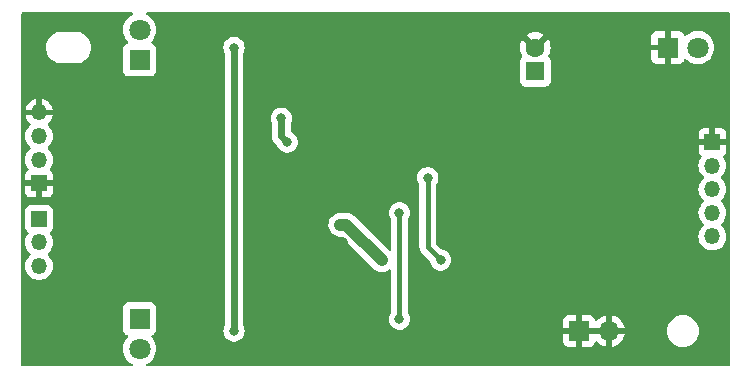
<source format=gbr>
%TF.GenerationSoftware,KiCad,Pcbnew,7.0.1*%
%TF.CreationDate,2023-03-30T22:24:36-04:00*%
%TF.ProjectId,miditerm,6d696469-7465-4726-9d2e-6b696361645f,0.1*%
%TF.SameCoordinates,Original*%
%TF.FileFunction,Copper,L2,Bot*%
%TF.FilePolarity,Positive*%
%FSLAX46Y46*%
G04 Gerber Fmt 4.6, Leading zero omitted, Abs format (unit mm)*
G04 Created by KiCad (PCBNEW 7.0.1) date 2023-03-30 22:24:36*
%MOMM*%
%LPD*%
G01*
G04 APERTURE LIST*
%TA.AperFunction,ComponentPad*%
%ADD10R,1.350000X1.350000*%
%TD*%
%TA.AperFunction,ComponentPad*%
%ADD11O,1.350000X1.350000*%
%TD*%
%TA.AperFunction,ComponentPad*%
%ADD12R,1.600000X1.600000*%
%TD*%
%TA.AperFunction,ComponentPad*%
%ADD13C,1.600000*%
%TD*%
%TA.AperFunction,ComponentPad*%
%ADD14R,1.800000X1.800000*%
%TD*%
%TA.AperFunction,ComponentPad*%
%ADD15C,1.800000*%
%TD*%
%TA.AperFunction,ComponentPad*%
%ADD16R,1.700000X1.700000*%
%TD*%
%TA.AperFunction,ComponentPad*%
%ADD17O,1.700000X1.700000*%
%TD*%
%TA.AperFunction,ViaPad*%
%ADD18C,0.800000*%
%TD*%
%TA.AperFunction,Conductor*%
%ADD19C,1.000000*%
%TD*%
%TA.AperFunction,Conductor*%
%ADD20C,0.400000*%
%TD*%
%TA.AperFunction,Conductor*%
%ADD21C,0.600000*%
%TD*%
G04 APERTURE END LIST*
D10*
%TO.P,J1,1,Pin_1*%
%TO.N,GND*%
X158500000Y-86000000D03*
D11*
%TO.P,J1,2,Pin_2*%
%TO.N,VBUS*%
X158500000Y-88000000D03*
%TO.P,J1,3,Pin_3*%
%TO.N,/USB_IN_D-*%
X158500000Y-90000000D03*
%TO.P,J1,4,Pin_4*%
%TO.N,/USB_IN_D+*%
X158500000Y-92000000D03*
%TO.P,J1,5,Pin_5*%
%TO.N,/USB_SHEILD*%
X158500000Y-94000000D03*
%TD*%
D10*
%TO.P,J2,1,Pin_1*%
%TO.N,/MIDI_IN_PIN4*%
X101500000Y-92500000D03*
D11*
%TO.P,J2,2,Pin_2*%
%TO.N,/MIDI_IN_PIN5*%
X101500000Y-94500000D03*
%TO.P,J2,3,Pin_3*%
%TO.N,Net-(J2-Pin_3)*%
X101500000Y-96500000D03*
%TD*%
D12*
%TO.P,C9,1*%
%TO.N,+5V*%
X143500000Y-80000000D03*
D13*
%TO.P,C9,2*%
%TO.N,GND*%
X143500000Y-78000000D03*
%TD*%
D14*
%TO.P,D4,1,K*%
%TO.N,GND*%
X154725000Y-78000000D03*
D15*
%TO.P,D4,2,A*%
%TO.N,Net-(D4-A)*%
X157265000Y-78000000D03*
%TD*%
D10*
%TO.P,J3,1,Pin_1*%
%TO.N,GND*%
X101500000Y-89500000D03*
D11*
%TO.P,J3,2,Pin_2*%
%TO.N,/MIDI_OUT_PIN4*%
X101500000Y-87500000D03*
%TO.P,J3,3,Pin_3*%
%TO.N,/MIDI_OUT_PIN5*%
X101500000Y-85500000D03*
%TO.P,J3,4,Pin_4*%
%TO.N,GND*%
X101500000Y-83500000D03*
%TD*%
D14*
%TO.P,D1,1,K*%
%TO.N,/TXLED*%
X110000000Y-79040000D03*
D15*
%TO.P,D1,2,A*%
%TO.N,Net-(D1-A)*%
X110000000Y-76500000D03*
%TD*%
D14*
%TO.P,D2,1,K*%
%TO.N,/RXLED*%
X110000000Y-100960000D03*
D15*
%TO.P,D2,2,A*%
%TO.N,Net-(D2-A)*%
X110000000Y-103500000D03*
%TD*%
D16*
%TO.P,J4,1,Pin_1*%
%TO.N,GND*%
X147225000Y-102000000D03*
D17*
%TO.P,J4,2,Pin_2*%
X149765000Y-102000000D03*
%TD*%
D18*
%TO.N,GND*%
X145750000Y-98500000D03*
X134000000Y-87750000D03*
X141500000Y-92500000D03*
X132000000Y-86000000D03*
X119250000Y-80250000D03*
X113000000Y-84250000D03*
X145000000Y-82000000D03*
X150750000Y-94500000D03*
X103250000Y-90000000D03*
X133250000Y-91000000D03*
X103750000Y-100750000D03*
X112000000Y-88750000D03*
X119500000Y-88000000D03*
X130750000Y-102250000D03*
X136500000Y-101500000D03*
X111250000Y-90750000D03*
X122000000Y-104250000D03*
X135750000Y-92500000D03*
X105000000Y-82750000D03*
X104250000Y-104250000D03*
X130750000Y-99500000D03*
X145500000Y-85000000D03*
X157000000Y-92500000D03*
X151750000Y-97500000D03*
X108000000Y-104250000D03*
X151500000Y-80500000D03*
X119750000Y-77750000D03*
X107000000Y-81000000D03*
X133250000Y-96000000D03*
X100750000Y-75750000D03*
X159000000Y-76750000D03*
X123750000Y-81500000D03*
X125000000Y-102250000D03*
X126500000Y-88500000D03*
X119500000Y-98250000D03*
X107500000Y-97250000D03*
X127500000Y-81000000D03*
X132250000Y-77750000D03*
X140500000Y-76250000D03*
X141500000Y-81250000D03*
X100750000Y-104250000D03*
X147000000Y-86250000D03*
X107250000Y-89250000D03*
X122000000Y-90250000D03*
X146500000Y-76250000D03*
X148250000Y-79750000D03*
X108250000Y-75500000D03*
X152750000Y-76250000D03*
X144000000Y-87750000D03*
X114500000Y-90500000D03*
X152500000Y-102750000D03*
X128500000Y-104250000D03*
X133250000Y-98750000D03*
X142000000Y-102250000D03*
X115250000Y-86500000D03*
X116500000Y-95250000D03*
X159250000Y-104250000D03*
X151500000Y-85000000D03*
X116750000Y-88750000D03*
X119250000Y-82250000D03*
X134250000Y-104000000D03*
X127250000Y-96250000D03*
X156000000Y-86500000D03*
X141750000Y-89000000D03*
X100750000Y-101250000D03*
X141500000Y-86000000D03*
X125500000Y-83750000D03*
X119500000Y-91750000D03*
X136000000Y-81250000D03*
X147000000Y-93750000D03*
X128750000Y-91000000D03*
X124500000Y-96250000D03*
X116750000Y-80250000D03*
X116750000Y-98250000D03*
X116500000Y-92500000D03*
X116750000Y-84750000D03*
X130250000Y-92500000D03*
X153000000Y-93250000D03*
X137250000Y-78750000D03*
X145500000Y-96000000D03*
X138500000Y-103250000D03*
X138000000Y-85500000D03*
X137750000Y-94000000D03*
X134500000Y-75500000D03*
X100750000Y-98250000D03*
X152750000Y-88750000D03*
X102250000Y-81000000D03*
X140000000Y-85500000D03*
X119750000Y-102250000D03*
X111250000Y-82750000D03*
X154250000Y-95500000D03*
X135500000Y-84250000D03*
X122500000Y-99750000D03*
X157000000Y-95000000D03*
X120500000Y-95000000D03*
X140000000Y-83000000D03*
X112000000Y-86500000D03*
X114750000Y-99750000D03*
X127250000Y-94500000D03*
X131500000Y-80250000D03*
X126000000Y-77750000D03*
X159500000Y-101000000D03*
X111750000Y-80250000D03*
X131750000Y-89152500D03*
%TO.N,+3V3*%
X130500000Y-96000000D03*
X127000000Y-93000000D03*
%TO.N,/~{RESET}*%
X134403014Y-89022350D03*
X135500000Y-96000000D03*
%TO.N,+5V*%
X118000000Y-78000000D03*
X118000000Y-102000000D03*
%TO.N,/RXLED*%
X132000000Y-101000000D03*
X132000000Y-92000000D03*
%TO.N,/MIDI_OUT*%
X122000000Y-84000000D03*
X122500000Y-86000000D03*
%TD*%
D19*
%TO.N,+3V3*%
X127000000Y-93000000D02*
X127500000Y-93000000D01*
X127500000Y-93000000D02*
X130500000Y-96000000D01*
D20*
%TO.N,/~{RESET}*%
X134403014Y-94903014D02*
X134403014Y-89022350D01*
X135500000Y-96000000D02*
X134403014Y-94903014D01*
D21*
%TO.N,+5V*%
X118000000Y-78000000D02*
X118000000Y-102000000D01*
D20*
%TO.N,/RXLED*%
X132000000Y-92000000D02*
X132000000Y-101000000D01*
D21*
%TO.N,/MIDI_OUT*%
X122000000Y-84000000D02*
X122000000Y-85500000D01*
X122000000Y-85500000D02*
X122500000Y-86000000D01*
%TD*%
%TA.AperFunction,Conductor*%
%TO.N,GND*%
G36*
X109401207Y-75017456D02*
G01*
X109446680Y-75063687D01*
X109462599Y-75126550D01*
X109444610Y-75188852D01*
X109397635Y-75233553D01*
X109253369Y-75311626D01*
X109231372Y-75323531D01*
X109048215Y-75466087D01*
X108891020Y-75636848D01*
X108764076Y-75831150D01*
X108670844Y-76043696D01*
X108613865Y-76268700D01*
X108594699Y-76500000D01*
X108613865Y-76731299D01*
X108613865Y-76731301D01*
X108613866Y-76731305D01*
X108648955Y-76869866D01*
X108670844Y-76956303D01*
X108746419Y-77128595D01*
X108764076Y-77168849D01*
X108891021Y-77363153D01*
X108985803Y-77466114D01*
X109014575Y-77518865D01*
X109015168Y-77578951D01*
X108987441Y-77632261D01*
X108937906Y-77666276D01*
X108857671Y-77696202D01*
X108742454Y-77782454D01*
X108656204Y-77897668D01*
X108605909Y-78032516D01*
X108599500Y-78092130D01*
X108599500Y-79987869D01*
X108605909Y-80047483D01*
X108656204Y-80182331D01*
X108742454Y-80297546D01*
X108857669Y-80383796D01*
X108992517Y-80434091D01*
X109052127Y-80440500D01*
X110947872Y-80440499D01*
X111007483Y-80434091D01*
X111142331Y-80383796D01*
X111257546Y-80297546D01*
X111343796Y-80182331D01*
X111394091Y-80047483D01*
X111400500Y-79987873D01*
X111400499Y-78092128D01*
X111394091Y-78032517D01*
X111343796Y-77897669D01*
X111257546Y-77782454D01*
X111142331Y-77696204D01*
X111089357Y-77676446D01*
X111062093Y-77666277D01*
X111012558Y-77632261D01*
X110984831Y-77578951D01*
X110985424Y-77518864D01*
X111014196Y-77466114D01*
X111108979Y-77363153D01*
X111235924Y-77168849D01*
X111329157Y-76956300D01*
X111338103Y-76920973D01*
X142774526Y-76920973D01*
X143500000Y-77646446D01*
X143500001Y-77646446D01*
X144225472Y-76920974D01*
X144225471Y-76920972D01*
X144152484Y-76869866D01*
X143946326Y-76773733D01*
X143726602Y-76714858D01*
X143500000Y-76695033D01*
X143273397Y-76714858D01*
X143053672Y-76773733D01*
X142847516Y-76869865D01*
X142774527Y-76920973D01*
X142774526Y-76920973D01*
X111338103Y-76920973D01*
X111386134Y-76731305D01*
X111405300Y-76500000D01*
X111386134Y-76268695D01*
X111329157Y-76043700D01*
X111235924Y-75831151D01*
X111108979Y-75636847D01*
X110951784Y-75466087D01*
X110768626Y-75323530D01*
X110602364Y-75233553D01*
X110555390Y-75188852D01*
X110537401Y-75126550D01*
X110553320Y-75063687D01*
X110598793Y-75017456D01*
X110661384Y-75000500D01*
X159875500Y-75000500D01*
X159937500Y-75017113D01*
X159982887Y-75062500D01*
X159999500Y-75124500D01*
X159999500Y-104875500D01*
X159982887Y-104937500D01*
X159937500Y-104982887D01*
X159875500Y-104999500D01*
X110661384Y-104999500D01*
X110598793Y-104982544D01*
X110553320Y-104936313D01*
X110537401Y-104873450D01*
X110555390Y-104811148D01*
X110602364Y-104766446D01*
X110768626Y-104676470D01*
X110951784Y-104533913D01*
X111108979Y-104363153D01*
X111235924Y-104168849D01*
X111329157Y-103956300D01*
X111386134Y-103731305D01*
X111405300Y-103500000D01*
X111386134Y-103268695D01*
X111329157Y-103043700D01*
X111235924Y-102831151D01*
X111135589Y-102677576D01*
X111108980Y-102636848D01*
X111102237Y-102629523D01*
X111014195Y-102533884D01*
X110985424Y-102481134D01*
X110984831Y-102421047D01*
X111012558Y-102367737D01*
X111062092Y-102333722D01*
X111142331Y-102303796D01*
X111257546Y-102217546D01*
X111343796Y-102102331D01*
X111381963Y-102000000D01*
X117094540Y-102000000D01*
X117114326Y-102188257D01*
X117172820Y-102368284D01*
X117267466Y-102532216D01*
X117394129Y-102672889D01*
X117547269Y-102784151D01*
X117720197Y-102861144D01*
X117905352Y-102900500D01*
X117905354Y-102900500D01*
X118094646Y-102900500D01*
X118094648Y-102900500D01*
X118231547Y-102871401D01*
X118279803Y-102861144D01*
X118452730Y-102784151D01*
X118599069Y-102677830D01*
X118605870Y-102672889D01*
X118638323Y-102636847D01*
X118732533Y-102532216D01*
X118827179Y-102368284D01*
X118865612Y-102250000D01*
X145875000Y-102250000D01*
X145875000Y-102897824D01*
X145881402Y-102957375D01*
X145931647Y-103092089D01*
X146017811Y-103207188D01*
X146132910Y-103293352D01*
X146267624Y-103343597D01*
X146327176Y-103350000D01*
X146975000Y-103350000D01*
X146975000Y-102250000D01*
X147475000Y-102250000D01*
X147475000Y-103350000D01*
X148122824Y-103350000D01*
X148182375Y-103343597D01*
X148317089Y-103293352D01*
X148432188Y-103207188D01*
X148518352Y-103092088D01*
X148567614Y-102960013D01*
X148602593Y-102909633D01*
X148657438Y-102882180D01*
X148718731Y-102884369D01*
X148771477Y-102915665D01*
X148893918Y-103038106D01*
X149087423Y-103173600D01*
X149301507Y-103273430D01*
X149514999Y-103330635D01*
X149515000Y-103330636D01*
X149515000Y-102250000D01*
X150015000Y-102250000D01*
X150015000Y-103330635D01*
X150228492Y-103273430D01*
X150442576Y-103173600D01*
X150636081Y-103038106D01*
X150803106Y-102871081D01*
X150938600Y-102677576D01*
X151038430Y-102463492D01*
X151095636Y-102250000D01*
X150015000Y-102250000D01*
X149515000Y-102250000D01*
X147475000Y-102250000D01*
X146975000Y-102250000D01*
X145875000Y-102250000D01*
X118865612Y-102250000D01*
X118885674Y-102188256D01*
X118905460Y-102000000D01*
X154644340Y-102000000D01*
X154664936Y-102235407D01*
X154714678Y-102421047D01*
X154726097Y-102463663D01*
X154825965Y-102677829D01*
X154961505Y-102871401D01*
X155128599Y-103038495D01*
X155322171Y-103174035D01*
X155536337Y-103273903D01*
X155748066Y-103330635D01*
X155764592Y-103335063D01*
X155941032Y-103350500D01*
X155941034Y-103350500D01*
X156058966Y-103350500D01*
X156058968Y-103350500D01*
X156176594Y-103340208D01*
X156235408Y-103335063D01*
X156463663Y-103273903D01*
X156677829Y-103174035D01*
X156871401Y-103038495D01*
X157038495Y-102871401D01*
X157174035Y-102677830D01*
X157273903Y-102463663D01*
X157335063Y-102235408D01*
X157355659Y-102000000D01*
X157335063Y-101764592D01*
X157273903Y-101536337D01*
X157174035Y-101322171D01*
X157038495Y-101128599D01*
X156871401Y-100961505D01*
X156677829Y-100825965D01*
X156463663Y-100726097D01*
X156235407Y-100664936D01*
X156058968Y-100649500D01*
X156058966Y-100649500D01*
X155941034Y-100649500D01*
X155941032Y-100649500D01*
X155764592Y-100664936D01*
X155536336Y-100726097D01*
X155322170Y-100825965D01*
X155128598Y-100961505D01*
X154961508Y-101128595D01*
X154825964Y-101322172D01*
X154726097Y-101536337D01*
X154664936Y-101764592D01*
X154644340Y-102000000D01*
X118905460Y-102000000D01*
X118885674Y-101811744D01*
X118827179Y-101631716D01*
X118817112Y-101614280D01*
X118800500Y-101552282D01*
X118800500Y-93050937D01*
X125995630Y-93050937D01*
X126026443Y-93252071D01*
X126097113Y-93442886D01*
X126204745Y-93615568D01*
X126204748Y-93615571D01*
X126344941Y-93763053D01*
X126511951Y-93879295D01*
X126698942Y-93959540D01*
X126898259Y-94000500D01*
X127034217Y-94000500D01*
X127081670Y-94009939D01*
X127121897Y-94036818D01*
X129828420Y-96743341D01*
X129910896Y-96810591D01*
X129946593Y-96839698D01*
X130126952Y-96933910D01*
X130322580Y-96989887D01*
X130347734Y-96991802D01*
X130525477Y-97005337D01*
X130727328Y-96979630D01*
X130919872Y-96913816D01*
X131095227Y-96810591D01*
X131095227Y-96810590D01*
X131106094Y-96804194D01*
X131106718Y-96805254D01*
X131141995Y-96785792D01*
X131198614Y-96783353D01*
X131250405Y-96806361D01*
X131286550Y-96850008D01*
X131299500Y-96905180D01*
X131299500Y-100384608D01*
X131291264Y-100429045D01*
X131267650Y-100467580D01*
X131267466Y-100467783D01*
X131172820Y-100631715D01*
X131114326Y-100811742D01*
X131094540Y-100999999D01*
X131114326Y-101188257D01*
X131172820Y-101368284D01*
X131267466Y-101532216D01*
X131394129Y-101672889D01*
X131547269Y-101784151D01*
X131720197Y-101861144D01*
X131905352Y-101900500D01*
X131905354Y-101900500D01*
X132094646Y-101900500D01*
X132094648Y-101900500D01*
X132218084Y-101874262D01*
X132279803Y-101861144D01*
X132452730Y-101784151D01*
X132499735Y-101750000D01*
X145875000Y-101750000D01*
X146975000Y-101750000D01*
X146975000Y-100650000D01*
X147475000Y-100650000D01*
X147475000Y-101750000D01*
X149515000Y-101750000D01*
X149515000Y-100669364D01*
X150015000Y-100669364D01*
X150015000Y-101750000D01*
X151095636Y-101750000D01*
X151095635Y-101749999D01*
X151038430Y-101536507D01*
X150938599Y-101322421D01*
X150803109Y-101128921D01*
X150636081Y-100961893D01*
X150442576Y-100826399D01*
X150228492Y-100726569D01*
X150015000Y-100669364D01*
X149515000Y-100669364D01*
X149514999Y-100669364D01*
X149301507Y-100726569D01*
X149087421Y-100826400D01*
X148893924Y-100961888D01*
X148771477Y-101084335D01*
X148718730Y-101115630D01*
X148657438Y-101117819D01*
X148602593Y-101090366D01*
X148567614Y-101039987D01*
X148518352Y-100907910D01*
X148432188Y-100792811D01*
X148317089Y-100706647D01*
X148182375Y-100656402D01*
X148122824Y-100650000D01*
X147475000Y-100650000D01*
X146975000Y-100650000D01*
X146327176Y-100650000D01*
X146267624Y-100656402D01*
X146132910Y-100706647D01*
X146017811Y-100792811D01*
X145931647Y-100907910D01*
X145881402Y-101042624D01*
X145875000Y-101102176D01*
X145875000Y-101750000D01*
X132499735Y-101750000D01*
X132605870Y-101672889D01*
X132642943Y-101631716D01*
X132732533Y-101532216D01*
X132827179Y-101368284D01*
X132885674Y-101188256D01*
X132905460Y-101000000D01*
X132885674Y-100811744D01*
X132833120Y-100650000D01*
X132827179Y-100631715D01*
X132732533Y-100467783D01*
X132732350Y-100467580D01*
X132708736Y-100429045D01*
X132700500Y-100384608D01*
X132700500Y-92615392D01*
X132708736Y-92570955D01*
X132732350Y-92532420D01*
X132732533Y-92532216D01*
X132827179Y-92368284D01*
X132827178Y-92368284D01*
X132885674Y-92188256D01*
X132905460Y-92000000D01*
X132885674Y-91811744D01*
X132827179Y-91631716D01*
X132827179Y-91631715D01*
X132732533Y-91467783D01*
X132605870Y-91327110D01*
X132452730Y-91215848D01*
X132279802Y-91138855D01*
X132094648Y-91099500D01*
X132094646Y-91099500D01*
X131905354Y-91099500D01*
X131905352Y-91099500D01*
X131720197Y-91138855D01*
X131547269Y-91215848D01*
X131394129Y-91327110D01*
X131267466Y-91467783D01*
X131172820Y-91631715D01*
X131114326Y-91811742D01*
X131094540Y-91999999D01*
X131114326Y-92188257D01*
X131172820Y-92368284D01*
X131267466Y-92532216D01*
X131267650Y-92532420D01*
X131291264Y-92570955D01*
X131299500Y-92615392D01*
X131299500Y-95085218D01*
X131285985Y-95141513D01*
X131248385Y-95185536D01*
X131194898Y-95207691D01*
X131137182Y-95203149D01*
X131087819Y-95172899D01*
X128217567Y-92302647D01*
X128215412Y-92300438D01*
X128155059Y-92236947D01*
X128106640Y-92203246D01*
X128099118Y-92197575D01*
X128087689Y-92188256D01*
X128070931Y-92174591D01*
X128053405Y-92160300D01*
X128026440Y-92146215D01*
X128013019Y-92138084D01*
X127988049Y-92120705D01*
X127988048Y-92120704D01*
X127988046Y-92120703D01*
X127933845Y-92097443D01*
X127925336Y-92093402D01*
X127873053Y-92066092D01*
X127867126Y-92064396D01*
X127843798Y-92057721D01*
X127829020Y-92052459D01*
X127801058Y-92040460D01*
X127743272Y-92028583D01*
X127734128Y-92026338D01*
X127677421Y-92010113D01*
X127647075Y-92007802D01*
X127631534Y-92005622D01*
X127601742Y-91999500D01*
X127601741Y-91999500D01*
X127542758Y-91999500D01*
X127533344Y-91999142D01*
X127524198Y-91998445D01*
X127474524Y-91994663D01*
X127474523Y-91994663D01*
X127444349Y-91998506D01*
X127428683Y-91999500D01*
X126949258Y-91999500D01*
X126889056Y-92005622D01*
X126797559Y-92014926D01*
X126603412Y-92075841D01*
X126425500Y-92174589D01*
X126271104Y-92307135D01*
X126146551Y-92468042D01*
X126056940Y-92650727D01*
X126005937Y-92847716D01*
X125995630Y-93050937D01*
X118800500Y-93050937D01*
X118800500Y-89022349D01*
X133497554Y-89022349D01*
X133517340Y-89210607D01*
X133575834Y-89390634D01*
X133670480Y-89554566D01*
X133670664Y-89554770D01*
X133694278Y-89593305D01*
X133702514Y-89637742D01*
X133702514Y-94878093D01*
X133702288Y-94885580D01*
X133698655Y-94945621D01*
X133709497Y-95004785D01*
X133710624Y-95012186D01*
X133717874Y-95071887D01*
X133721464Y-95081353D01*
X133727489Y-95102966D01*
X133729317Y-95112943D01*
X133754005Y-95167797D01*
X133756870Y-95174715D01*
X133772471Y-95215849D01*
X133778196Y-95230944D01*
X133783955Y-95239287D01*
X133794975Y-95258827D01*
X133799134Y-95268068D01*
X133836230Y-95315419D01*
X133840665Y-95321446D01*
X133874831Y-95370943D01*
X133919861Y-95410836D01*
X133925297Y-95415954D01*
X134573495Y-96064152D01*
X134597734Y-96098449D01*
X134609134Y-96138869D01*
X134614325Y-96188254D01*
X134672820Y-96368284D01*
X134767466Y-96532216D01*
X134894129Y-96672889D01*
X135047269Y-96784151D01*
X135220197Y-96861144D01*
X135405352Y-96900500D01*
X135405354Y-96900500D01*
X135594646Y-96900500D01*
X135594648Y-96900500D01*
X135718083Y-96874262D01*
X135779803Y-96861144D01*
X135952730Y-96784151D01*
X135953828Y-96783353D01*
X136105870Y-96672889D01*
X136232533Y-96532216D01*
X136327179Y-96368284D01*
X136327178Y-96368284D01*
X136385674Y-96188256D01*
X136405460Y-96000000D01*
X136385674Y-95811744D01*
X136327179Y-95631716D01*
X136327179Y-95631715D01*
X136232533Y-95467783D01*
X136105870Y-95327110D01*
X135952730Y-95215848D01*
X135779802Y-95138855D01*
X135624871Y-95105924D01*
X135591484Y-95093607D01*
X135562971Y-95072315D01*
X135139833Y-94649176D01*
X135112953Y-94608948D01*
X135103514Y-94561495D01*
X135103514Y-94000000D01*
X157319464Y-94000000D01*
X157339564Y-94216925D01*
X157399181Y-94426457D01*
X157496287Y-94621471D01*
X157627573Y-94795323D01*
X157771422Y-94926457D01*
X157788568Y-94942088D01*
X157881178Y-94999429D01*
X157973791Y-95056773D01*
X158118790Y-95112946D01*
X158176931Y-95135470D01*
X158391074Y-95175500D01*
X158608924Y-95175500D01*
X158608926Y-95175500D01*
X158823069Y-95135470D01*
X158962760Y-95081353D01*
X159026208Y-95056773D01*
X159026210Y-95056772D01*
X159211432Y-94942088D01*
X159372427Y-94795322D01*
X159503712Y-94621472D01*
X159600817Y-94426459D01*
X159641613Y-94283077D01*
X159660435Y-94216925D01*
X159673721Y-94073541D01*
X159680536Y-94000000D01*
X159660435Y-93783077D01*
X159660435Y-93783074D01*
X159600818Y-93573542D01*
X159503712Y-93378528D01*
X159372426Y-93204676D01*
X159248427Y-93091637D01*
X159212699Y-93033934D01*
X159212699Y-92966066D01*
X159248427Y-92908363D01*
X159372426Y-92795323D01*
X159481618Y-92650729D01*
X159503712Y-92621472D01*
X159600817Y-92426459D01*
X159600818Y-92426457D01*
X159660435Y-92216925D01*
X159667324Y-92142575D01*
X159680536Y-92000000D01*
X159664807Y-91830260D01*
X159660435Y-91783074D01*
X159600818Y-91573542D01*
X159503712Y-91378528D01*
X159372426Y-91204676D01*
X159248427Y-91091637D01*
X159212699Y-91033934D01*
X159212699Y-90966066D01*
X159248427Y-90908363D01*
X159372426Y-90795323D01*
X159372427Y-90795322D01*
X159503712Y-90621472D01*
X159600817Y-90426459D01*
X159603483Y-90417089D01*
X159660435Y-90216925D01*
X159663577Y-90183008D01*
X159680536Y-90000000D01*
X159660435Y-89783077D01*
X159660435Y-89783074D01*
X159600818Y-89573542D01*
X159503712Y-89378528D01*
X159372426Y-89204676D01*
X159248427Y-89091636D01*
X159212698Y-89033933D01*
X159212699Y-88966064D01*
X159248424Y-88908364D01*
X159372427Y-88795322D01*
X159503712Y-88621472D01*
X159600817Y-88426459D01*
X159607283Y-88403735D01*
X159660435Y-88216925D01*
X159665598Y-88161205D01*
X159680536Y-88000000D01*
X159660435Y-87783077D01*
X159660435Y-87783074D01*
X159600818Y-87573542D01*
X159503712Y-87378528D01*
X159431631Y-87283077D01*
X159421950Y-87270257D01*
X159397824Y-87210598D01*
X159406848Y-87146879D01*
X159446594Y-87096265D01*
X159532188Y-87032188D01*
X159618352Y-86917089D01*
X159668597Y-86782375D01*
X159675000Y-86722824D01*
X159675000Y-86250000D01*
X157325000Y-86250000D01*
X157325000Y-86722824D01*
X157331402Y-86782375D01*
X157381647Y-86917089D01*
X157467810Y-87032188D01*
X157553405Y-87096264D01*
X157593150Y-87146878D01*
X157602175Y-87210596D01*
X157578049Y-87270257D01*
X157496287Y-87378529D01*
X157399181Y-87573542D01*
X157339564Y-87783074D01*
X157319464Y-87999999D01*
X157339564Y-88216925D01*
X157399181Y-88426457D01*
X157496287Y-88621471D01*
X157627573Y-88795323D01*
X157751572Y-88908362D01*
X157787300Y-88966064D01*
X157787301Y-89033933D01*
X157751573Y-89091636D01*
X157627571Y-89204679D01*
X157496287Y-89378528D01*
X157399181Y-89573542D01*
X157339564Y-89783074D01*
X157319464Y-90000000D01*
X157339564Y-90216925D01*
X157399181Y-90426457D01*
X157496287Y-90621471D01*
X157627573Y-90795323D01*
X157751572Y-90908362D01*
X157787300Y-90966064D01*
X157787301Y-91033933D01*
X157751573Y-91091636D01*
X157627571Y-91204679D01*
X157496287Y-91378528D01*
X157399181Y-91573542D01*
X157339564Y-91783074D01*
X157319464Y-92000000D01*
X157339564Y-92216925D01*
X157399181Y-92426457D01*
X157496287Y-92621471D01*
X157627573Y-92795323D01*
X157751572Y-92908362D01*
X157787300Y-92966064D01*
X157787301Y-93033933D01*
X157751573Y-93091636D01*
X157627571Y-93204679D01*
X157496287Y-93378528D01*
X157399181Y-93573542D01*
X157339564Y-93783074D01*
X157319464Y-94000000D01*
X135103514Y-94000000D01*
X135103514Y-89637742D01*
X135111750Y-89593305D01*
X135135364Y-89554770D01*
X135135547Y-89554566D01*
X135230193Y-89390634D01*
X135230192Y-89390634D01*
X135288688Y-89210606D01*
X135308474Y-89022350D01*
X135288688Y-88834094D01*
X135250844Y-88717624D01*
X135230193Y-88654065D01*
X135135547Y-88490133D01*
X135008884Y-88349460D01*
X134855744Y-88238198D01*
X134682816Y-88161205D01*
X134497662Y-88121850D01*
X134497660Y-88121850D01*
X134308368Y-88121850D01*
X134308366Y-88121850D01*
X134123211Y-88161205D01*
X133950283Y-88238198D01*
X133797143Y-88349460D01*
X133670480Y-88490133D01*
X133575834Y-88654065D01*
X133517340Y-88834092D01*
X133497554Y-89022349D01*
X118800500Y-89022349D01*
X118800500Y-84000000D01*
X121094540Y-84000000D01*
X121114326Y-84188257D01*
X121172821Y-84368284D01*
X121182887Y-84385718D01*
X121199500Y-84447718D01*
X121199500Y-85590196D01*
X121208017Y-85627518D01*
X121210345Y-85641219D01*
X121214631Y-85679252D01*
X121227272Y-85715380D01*
X121231119Y-85728736D01*
X121239638Y-85766058D01*
X121256250Y-85800553D01*
X121261570Y-85813398D01*
X121274209Y-85849520D01*
X121284770Y-85866327D01*
X121294576Y-85881933D01*
X121301298Y-85894095D01*
X121317908Y-85928586D01*
X121341772Y-85958510D01*
X121349818Y-85969850D01*
X121370184Y-86002262D01*
X121621262Y-86253340D01*
X121651512Y-86302703D01*
X121672820Y-86368284D01*
X121767466Y-86532216D01*
X121894129Y-86672889D01*
X122047269Y-86784151D01*
X122220197Y-86861144D01*
X122405352Y-86900500D01*
X122405354Y-86900500D01*
X122594646Y-86900500D01*
X122594648Y-86900500D01*
X122718083Y-86874262D01*
X122779803Y-86861144D01*
X122952730Y-86784151D01*
X123062116Y-86704678D01*
X123105870Y-86672889D01*
X123232533Y-86532216D01*
X123327179Y-86368284D01*
X123327178Y-86368284D01*
X123385674Y-86188256D01*
X123405460Y-86000000D01*
X123385674Y-85811744D01*
X123365612Y-85750000D01*
X157325000Y-85750000D01*
X158250000Y-85750000D01*
X158250000Y-84825000D01*
X158750000Y-84825000D01*
X158750000Y-85750000D01*
X159675000Y-85750000D01*
X159675000Y-85277176D01*
X159668597Y-85217624D01*
X159618352Y-85082910D01*
X159532188Y-84967811D01*
X159417089Y-84881647D01*
X159282375Y-84831402D01*
X159222824Y-84825000D01*
X158750000Y-84825000D01*
X158250000Y-84825000D01*
X157777176Y-84825000D01*
X157717624Y-84831402D01*
X157582910Y-84881647D01*
X157467811Y-84967811D01*
X157381647Y-85082910D01*
X157331402Y-85217624D01*
X157325000Y-85277176D01*
X157325000Y-85750000D01*
X123365612Y-85750000D01*
X123354363Y-85715380D01*
X123327179Y-85631715D01*
X123232533Y-85467783D01*
X123105870Y-85327110D01*
X122952732Y-85215849D01*
X122896131Y-85190649D01*
X122874063Y-85180824D01*
X122835302Y-85153683D01*
X122809529Y-85113996D01*
X122800500Y-85067545D01*
X122800500Y-84447718D01*
X122817113Y-84385718D01*
X122827179Y-84368284D01*
X122885674Y-84188256D01*
X122905460Y-84000000D01*
X122885674Y-83811744D01*
X122827179Y-83631716D01*
X122827179Y-83631715D01*
X122732533Y-83467783D01*
X122605870Y-83327110D01*
X122452730Y-83215848D01*
X122279802Y-83138855D01*
X122094648Y-83099500D01*
X122094646Y-83099500D01*
X121905354Y-83099500D01*
X121905352Y-83099500D01*
X121720197Y-83138855D01*
X121547269Y-83215848D01*
X121394129Y-83327110D01*
X121267466Y-83467783D01*
X121172820Y-83631715D01*
X121114326Y-83811742D01*
X121094540Y-84000000D01*
X118800500Y-84000000D01*
X118800500Y-78447718D01*
X118817113Y-78385718D01*
X118827179Y-78368284D01*
X118885674Y-78188256D01*
X118905460Y-78000000D01*
X142195033Y-78000000D01*
X142214858Y-78226602D01*
X142273733Y-78446326D01*
X142369866Y-78652483D01*
X142378811Y-78665258D01*
X142400642Y-78724267D01*
X142390701Y-78786394D01*
X142351548Y-78835645D01*
X142342455Y-78842451D01*
X142256204Y-78957668D01*
X142205909Y-79092515D01*
X142205909Y-79092517D01*
X142200580Y-79142088D01*
X142199500Y-79152130D01*
X142199500Y-80847869D01*
X142205909Y-80907483D01*
X142256204Y-81042331D01*
X142342454Y-81157546D01*
X142457669Y-81243796D01*
X142592517Y-81294091D01*
X142652127Y-81300500D01*
X144347872Y-81300499D01*
X144407483Y-81294091D01*
X144542331Y-81243796D01*
X144657546Y-81157546D01*
X144743796Y-81042331D01*
X144794091Y-80907483D01*
X144800500Y-80847873D01*
X144800499Y-79152128D01*
X144794091Y-79092517D01*
X144743796Y-78957669D01*
X144657546Y-78842454D01*
X144648452Y-78835646D01*
X144609298Y-78786395D01*
X144599357Y-78724265D01*
X144621190Y-78665255D01*
X144630134Y-78652481D01*
X144726266Y-78446326D01*
X144778872Y-78250000D01*
X153325000Y-78250000D01*
X153325000Y-78947824D01*
X153331402Y-79007375D01*
X153381647Y-79142089D01*
X153467811Y-79257188D01*
X153582910Y-79343352D01*
X153717624Y-79393597D01*
X153777176Y-79400000D01*
X154475000Y-79400000D01*
X154975000Y-79400000D01*
X155672824Y-79400000D01*
X155732375Y-79393597D01*
X155867089Y-79343352D01*
X155982188Y-79257188D01*
X156068352Y-79142088D01*
X156097075Y-79065080D01*
X156133027Y-79013866D01*
X156189409Y-78986728D01*
X156251864Y-78990576D01*
X156304487Y-79024431D01*
X156313212Y-79033910D01*
X156313215Y-79033912D01*
X156313216Y-79033913D01*
X156496374Y-79176470D01*
X156700497Y-79286936D01*
X156810258Y-79324617D01*
X156920015Y-79362297D01*
X156920017Y-79362297D01*
X156920019Y-79362298D01*
X157148951Y-79400500D01*
X157381048Y-79400500D01*
X157381049Y-79400500D01*
X157609981Y-79362298D01*
X157829503Y-79286936D01*
X158033626Y-79176470D01*
X158216784Y-79033913D01*
X158373979Y-78863153D01*
X158500924Y-78668849D01*
X158594157Y-78456300D01*
X158651134Y-78231305D01*
X158670300Y-78000000D01*
X158651134Y-77768695D01*
X158594157Y-77543700D01*
X158500924Y-77331151D01*
X158373979Y-77136847D01*
X158216784Y-76966087D01*
X158033626Y-76823530D01*
X157829503Y-76713064D01*
X157829499Y-76713062D01*
X157829498Y-76713062D01*
X157609984Y-76637702D01*
X157422410Y-76606402D01*
X157381049Y-76599500D01*
X157148951Y-76599500D01*
X157107590Y-76606402D01*
X156920015Y-76637702D01*
X156700501Y-76713062D01*
X156700497Y-76713063D01*
X156700497Y-76713064D01*
X156588391Y-76773733D01*
X156496372Y-76823531D01*
X156313214Y-76966088D01*
X156304485Y-76975571D01*
X156251861Y-77009424D01*
X156189407Y-77013271D01*
X156133026Y-76986133D01*
X156097075Y-76934919D01*
X156068352Y-76857911D01*
X155982188Y-76742811D01*
X155867089Y-76656647D01*
X155732375Y-76606402D01*
X155672824Y-76600000D01*
X154975000Y-76600000D01*
X154975000Y-79400000D01*
X154475000Y-79400000D01*
X154475000Y-78250000D01*
X153325000Y-78250000D01*
X144778872Y-78250000D01*
X144785141Y-78226602D01*
X144804966Y-78000000D01*
X144785141Y-77773397D01*
X144778872Y-77750000D01*
X153325000Y-77750000D01*
X154475000Y-77750000D01*
X154475000Y-76600000D01*
X153777176Y-76600000D01*
X153717624Y-76606402D01*
X153582910Y-76656647D01*
X153467811Y-76742811D01*
X153381647Y-76857910D01*
X153331402Y-76992624D01*
X153325000Y-77052176D01*
X153325000Y-77750000D01*
X144778872Y-77750000D01*
X144726266Y-77553673D01*
X144630133Y-77347515D01*
X144579025Y-77274526D01*
X143587680Y-78265872D01*
X143532093Y-78297966D01*
X143467905Y-78297966D01*
X143412318Y-78265872D01*
X142420973Y-77274527D01*
X142369865Y-77347516D01*
X142273733Y-77553672D01*
X142214858Y-77773397D01*
X142195033Y-78000000D01*
X118905460Y-78000000D01*
X118885674Y-77811744D01*
X118827179Y-77631716D01*
X118827179Y-77631715D01*
X118732533Y-77467783D01*
X118605870Y-77327110D01*
X118452730Y-77215848D01*
X118279802Y-77138855D01*
X118094648Y-77099500D01*
X118094646Y-77099500D01*
X117905354Y-77099500D01*
X117905352Y-77099500D01*
X117720197Y-77138855D01*
X117547269Y-77215848D01*
X117394129Y-77327110D01*
X117267466Y-77467783D01*
X117172820Y-77631715D01*
X117114326Y-77811742D01*
X117094540Y-78000000D01*
X117114326Y-78188257D01*
X117172821Y-78368284D01*
X117182887Y-78385718D01*
X117199500Y-78447718D01*
X117199500Y-101552282D01*
X117182887Y-101614282D01*
X117172821Y-101631715D01*
X117114326Y-101811742D01*
X117094540Y-102000000D01*
X111381963Y-102000000D01*
X111394091Y-101967483D01*
X111400500Y-101907873D01*
X111400499Y-100012128D01*
X111394091Y-99952517D01*
X111343796Y-99817669D01*
X111257546Y-99702454D01*
X111142331Y-99616204D01*
X111007483Y-99565909D01*
X110947873Y-99559500D01*
X110947869Y-99559500D01*
X109052130Y-99559500D01*
X108992515Y-99565909D01*
X108857669Y-99616204D01*
X108742454Y-99702454D01*
X108656204Y-99817668D01*
X108605909Y-99952516D01*
X108599500Y-100012130D01*
X108599500Y-101907869D01*
X108605909Y-101967483D01*
X108656204Y-102102331D01*
X108742454Y-102217546D01*
X108857669Y-102303796D01*
X108937905Y-102333722D01*
X108987441Y-102367737D01*
X109015168Y-102421047D01*
X109014575Y-102481134D01*
X108985802Y-102533887D01*
X108891020Y-102636848D01*
X108764076Y-102831150D01*
X108670844Y-103043696D01*
X108670842Y-103043700D01*
X108670843Y-103043700D01*
X108637838Y-103174035D01*
X108613865Y-103268700D01*
X108594699Y-103499999D01*
X108613865Y-103731299D01*
X108613865Y-103731301D01*
X108613866Y-103731305D01*
X108670843Y-103956300D01*
X108764076Y-104168849D01*
X108891021Y-104363153D01*
X109048216Y-104533913D01*
X109231374Y-104676470D01*
X109397635Y-104766446D01*
X109444610Y-104811148D01*
X109462599Y-104873450D01*
X109446680Y-104936313D01*
X109401207Y-104982544D01*
X109338616Y-104999500D01*
X100124500Y-104999500D01*
X100062500Y-104982887D01*
X100017113Y-104937500D01*
X100000500Y-104875500D01*
X100000500Y-96500000D01*
X100319464Y-96500000D01*
X100339564Y-96716925D01*
X100399181Y-96926457D01*
X100496287Y-97121471D01*
X100627573Y-97295323D01*
X100775493Y-97430169D01*
X100788568Y-97442088D01*
X100881179Y-97499430D01*
X100973791Y-97556773D01*
X101157991Y-97628132D01*
X101176931Y-97635470D01*
X101391074Y-97675500D01*
X101608924Y-97675500D01*
X101608926Y-97675500D01*
X101823069Y-97635470D01*
X101958496Y-97583004D01*
X102026208Y-97556773D01*
X102026210Y-97556772D01*
X102211432Y-97442088D01*
X102372427Y-97295322D01*
X102503712Y-97121472D01*
X102600817Y-96926459D01*
X102600818Y-96926457D01*
X102660435Y-96716925D01*
X102671120Y-96601613D01*
X102680536Y-96500000D01*
X102660435Y-96283077D01*
X102660435Y-96283074D01*
X102600818Y-96073542D01*
X102503712Y-95878528D01*
X102372426Y-95704676D01*
X102248427Y-95591637D01*
X102212699Y-95533934D01*
X102212699Y-95466066D01*
X102248427Y-95408363D01*
X102372426Y-95295323D01*
X102393008Y-95268068D01*
X102503712Y-95121472D01*
X102600817Y-94926459D01*
X102600818Y-94926457D01*
X102660435Y-94716925D01*
X102670440Y-94608948D01*
X102680536Y-94500000D01*
X102660435Y-94283077D01*
X102660435Y-94283074D01*
X102600818Y-94073542D01*
X102503712Y-93878528D01*
X102422252Y-93770657D01*
X102398125Y-93710996D01*
X102407150Y-93647277D01*
X102446894Y-93596664D01*
X102532546Y-93532546D01*
X102618796Y-93417331D01*
X102669091Y-93282483D01*
X102675500Y-93222873D01*
X102675499Y-91777128D01*
X102669091Y-91717517D01*
X102618796Y-91582669D01*
X102532546Y-91467454D01*
X102417331Y-91381204D01*
X102282483Y-91330909D01*
X102222873Y-91324500D01*
X102222869Y-91324500D01*
X100777130Y-91324500D01*
X100717515Y-91330909D01*
X100582669Y-91381204D01*
X100467454Y-91467454D01*
X100381204Y-91582668D01*
X100330909Y-91717516D01*
X100324500Y-91777130D01*
X100324500Y-93222869D01*
X100330909Y-93282483D01*
X100381204Y-93417331D01*
X100433032Y-93486564D01*
X100467455Y-93532548D01*
X100553104Y-93596665D01*
X100592850Y-93647279D01*
X100601874Y-93710997D01*
X100577747Y-93770657D01*
X100496288Y-93878525D01*
X100399181Y-94073542D01*
X100339564Y-94283074D01*
X100319464Y-94500000D01*
X100339564Y-94716925D01*
X100399181Y-94926457D01*
X100496287Y-95121471D01*
X100496288Y-95121472D01*
X100627573Y-95295322D01*
X100751575Y-95408364D01*
X100787301Y-95466064D01*
X100787302Y-95533933D01*
X100751573Y-95591636D01*
X100627573Y-95704676D01*
X100496287Y-95878528D01*
X100399181Y-96073542D01*
X100339564Y-96283074D01*
X100319464Y-96500000D01*
X100000500Y-96500000D01*
X100000500Y-89750000D01*
X100325000Y-89750000D01*
X100325000Y-90222824D01*
X100331402Y-90282375D01*
X100381647Y-90417089D01*
X100467811Y-90532188D01*
X100582910Y-90618352D01*
X100717624Y-90668597D01*
X100777176Y-90675000D01*
X101250000Y-90675000D01*
X101250000Y-89750000D01*
X101750000Y-89750000D01*
X101750000Y-90675000D01*
X102222824Y-90675000D01*
X102282375Y-90668597D01*
X102417089Y-90618352D01*
X102532188Y-90532188D01*
X102618352Y-90417089D01*
X102668597Y-90282375D01*
X102675000Y-90222824D01*
X102675000Y-89750000D01*
X101750000Y-89750000D01*
X101250000Y-89750000D01*
X100325000Y-89750000D01*
X100000500Y-89750000D01*
X100000500Y-87499999D01*
X100319464Y-87499999D01*
X100339564Y-87716925D01*
X100399181Y-87926457D01*
X100496287Y-88121471D01*
X100578048Y-88229740D01*
X100602175Y-88289401D01*
X100593151Y-88353119D01*
X100553406Y-88403733D01*
X100467811Y-88467809D01*
X100381647Y-88582910D01*
X100331402Y-88717624D01*
X100325000Y-88777176D01*
X100325000Y-89250000D01*
X102675000Y-89250000D01*
X102675000Y-88777176D01*
X102668597Y-88717624D01*
X102618352Y-88582910D01*
X102532188Y-88467811D01*
X102446594Y-88403735D01*
X102406848Y-88353121D01*
X102397824Y-88289402D01*
X102421951Y-88229741D01*
X102473707Y-88161205D01*
X102503712Y-88121472D01*
X102600817Y-87926459D01*
X102641613Y-87783077D01*
X102660435Y-87716925D01*
X102673721Y-87573541D01*
X102680536Y-87500000D01*
X102660435Y-87283077D01*
X102660435Y-87283074D01*
X102600818Y-87073542D01*
X102503712Y-86878528D01*
X102372426Y-86704676D01*
X102248427Y-86591637D01*
X102212699Y-86533934D01*
X102212699Y-86466066D01*
X102248427Y-86408363D01*
X102372426Y-86295323D01*
X102453279Y-86188256D01*
X102503712Y-86121472D01*
X102600817Y-85926459D01*
X102600818Y-85926457D01*
X102660435Y-85716925D01*
X102668091Y-85634300D01*
X102680536Y-85500000D01*
X102665149Y-85333948D01*
X102660435Y-85283074D01*
X102600818Y-85073542D01*
X102503712Y-84878528D01*
X102372426Y-84704676D01*
X102248055Y-84591298D01*
X102212327Y-84533595D01*
X102212327Y-84465726D01*
X102248056Y-84408023D01*
X102372055Y-84294984D01*
X102503287Y-84121205D01*
X102600348Y-83926278D01*
X102650505Y-83750000D01*
X100349495Y-83750000D01*
X100399651Y-83926278D01*
X100496712Y-84121205D01*
X100627942Y-84294981D01*
X100751944Y-84408023D01*
X100787672Y-84465726D01*
X100787672Y-84533595D01*
X100751944Y-84591298D01*
X100627573Y-84704676D01*
X100496287Y-84878528D01*
X100399181Y-85073542D01*
X100339564Y-85283074D01*
X100319464Y-85499999D01*
X100339564Y-85716925D01*
X100399181Y-85926457D01*
X100496287Y-86121471D01*
X100627573Y-86295323D01*
X100751572Y-86408363D01*
X100787300Y-86466066D01*
X100787300Y-86533934D01*
X100751572Y-86591637D01*
X100627573Y-86704676D01*
X100496287Y-86878528D01*
X100399181Y-87073542D01*
X100339564Y-87283074D01*
X100319464Y-87499999D01*
X100000500Y-87499999D01*
X100000500Y-83249999D01*
X100349494Y-83249999D01*
X100349495Y-83250000D01*
X101250000Y-83250000D01*
X101250000Y-82351380D01*
X101750000Y-82351380D01*
X101750000Y-83250000D01*
X102650505Y-83250000D01*
X102650505Y-83249999D01*
X102600348Y-83073721D01*
X102503287Y-82878794D01*
X102372055Y-82705014D01*
X102211131Y-82558314D01*
X102025987Y-82443677D01*
X101822930Y-82365013D01*
X101750000Y-82351380D01*
X101250000Y-82351380D01*
X101177069Y-82365013D01*
X100974012Y-82443677D01*
X100788868Y-82558314D01*
X100627944Y-82705014D01*
X100496712Y-82878794D01*
X100399651Y-83073721D01*
X100349494Y-83249999D01*
X100000500Y-83249999D01*
X100000500Y-78000000D01*
X102094340Y-78000000D01*
X102114936Y-78235407D01*
X102155212Y-78385718D01*
X102176097Y-78463663D01*
X102275965Y-78677829D01*
X102411505Y-78871401D01*
X102578599Y-79038495D01*
X102772171Y-79174035D01*
X102986337Y-79273903D01*
X103214592Y-79335063D01*
X103391032Y-79350500D01*
X103391034Y-79350500D01*
X104608966Y-79350500D01*
X104608968Y-79350500D01*
X104726594Y-79340208D01*
X104785408Y-79335063D01*
X105013663Y-79273903D01*
X105227829Y-79174035D01*
X105421401Y-79038495D01*
X105588495Y-78871401D01*
X105724035Y-78677830D01*
X105823903Y-78463663D01*
X105885063Y-78235408D01*
X105905659Y-78000000D01*
X105885063Y-77764592D01*
X105823903Y-77536337D01*
X105724035Y-77322171D01*
X105588495Y-77128599D01*
X105421401Y-76961505D01*
X105227829Y-76825965D01*
X105013663Y-76726097D01*
X104965023Y-76713064D01*
X104785407Y-76664936D01*
X104608968Y-76649500D01*
X104608966Y-76649500D01*
X103391034Y-76649500D01*
X103391032Y-76649500D01*
X103214592Y-76664936D01*
X102986336Y-76726097D01*
X102772170Y-76825965D01*
X102578598Y-76961505D01*
X102411508Y-77128595D01*
X102275964Y-77322172D01*
X102176097Y-77536337D01*
X102114936Y-77764592D01*
X102094340Y-78000000D01*
X100000500Y-78000000D01*
X100000500Y-75124500D01*
X100017113Y-75062500D01*
X100062500Y-75017113D01*
X100124500Y-75000500D01*
X109338616Y-75000500D01*
X109401207Y-75017456D01*
G37*
%TD.AperFunction*%
%TD*%
M02*

</source>
